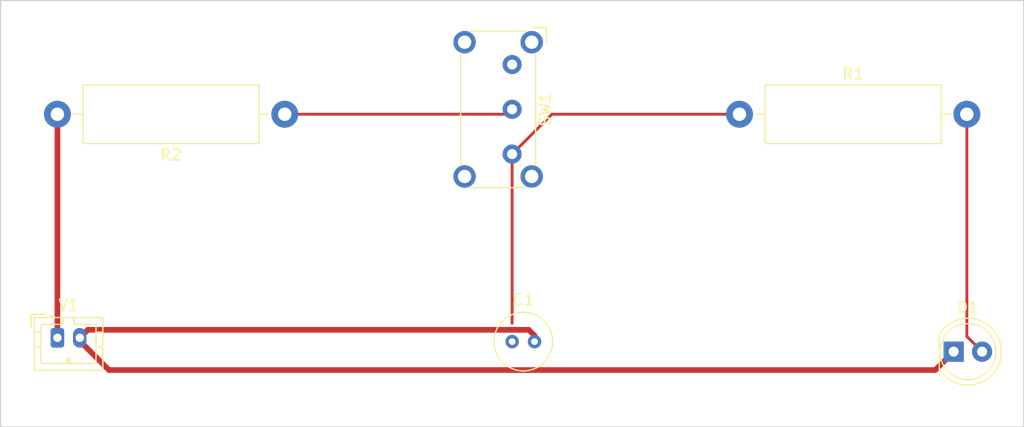
<source format=kicad_pcb>
(kicad_pcb (version 20211014) (generator pcbnew)
  (layers (0 "F.Cu" signal) (31 "B.Cu" signal) (34 "B.Paste" user) (35 "F.Paste" user) (36 "B.SilkS" user "B.Silkscreen") (37 "F.SilkS" user "F.Silkscreen") (38 "B.Mask" user) (39 "F.Mask" user) (44 "Edge.Cuts" user))
  (net 0 "")
  (net 1 "Net-(C1-Pad1)")
  (net 2 "Net-(C1-Pad2)")
  (net 3 "Net-(D1-Pad2)")
  (net 4 "Net-(R2-Pad1)")
  (net 5 "Net-(R2-Pad2)")
  (footprint "Resistor_THT:R_Axial_DIN0516_L15.5mm_D5.0mm_P20.32mm_Horizontal" (layer "F.Cu") (at 152.4 60.96)
    (fp_text reference "R1" (at 10.16 -3.62) (layer "F.SilkS"))
    (fp_text value "20000 Ω")
    (fp_line (start 18.03 2.62) (end 18.03 -2.62) (layer "F.SilkS") (width 0.12))
    (fp_line (start 18.88 0) (end 18.03 0) (layer "F.SilkS") (width 0.12))
    (fp_line (start 18.03 -2.62) (end 2.29 -2.62) (layer "F.SilkS") (width 0.12))
    (fp_line (start 2.29 2.62) (end 18.03 2.62) (layer "F.SilkS") (width 0.12))
    (fp_line (start 1.44 0) (end 2.29 0) (layer "F.SilkS") (width 0.12))
    (fp_line (start 2.29 -2.62) (end 2.29 2.62) (layer "F.SilkS") (width 0.12))
    (pad "1" thru_hole circle (at 0 0) (size 2.4 2.4) (drill 1.2) (layers *.Cu *.Mask) (net 1 "Net-(C1-Pad1)"))
    (pad "2" thru_hole oval (at 20.32 0) (size 2.4 2.4) (drill 1.2) (layers *.Cu *.Mask) (net 3 "Net-(D1-Pad2)"))
  )
  (footprint "Connector_JST:JST_PH_B2B-PH-K_1x02_P2.00mm_Vertical" (layer "F.Cu") (at 91.44 80.94)
    (fp_text reference "V1" (at 1 -2.9) (layer "F.SilkS"))
    (fp_text value "9 V")
    (fp_line (start -1.45 2.3) (end 3.45 2.3) (layer "F.SilkS") (width 0.12))
    (fp_line (start 0.9 1.8) (end 1.1 1.8) (layer "F.SilkS") (width 0.12))
    (fp_line (start 4.06 0.8) (end 3.45 0.8) (layer "F.SilkS") (width 0.12))
    (fp_line (start 4.06 -0.5) (end 3.45 -0.5) (layer "F.SilkS") (width 0.12))
    (fp_line (start 4.06 -1.81) (end -2.06 -1.81) (layer "F.SilkS") (width 0.12))
    (fp_line (start -0.6 -2.01) (end -0.6 -1.81) (layer "F.SilkS") (width 0.12))
    (fp_line (start 3.45 2.3) (end 3.45 -1.2) (layer "F.SilkS") (width 0.12))
    (fp_line (start 0.9 2.3) (end 0.9 1.8) (layer "F.SilkS") (width 0.12))
    (fp_line (start 0.5 -1.2) (end -1.45 -1.2) (layer "F.SilkS") (width 0.12))
    (fp_line (start -2.06 -0.5) (end -1.45 -0.5) (layer "F.SilkS") (width 0.12))
    (fp_line (start 1.1 1.8) (end 1.1 2.3) (layer "F.SilkS") (width 0.12))
    (fp_line (start 4.06 2.91) (end 4.06 -1.81) (layer "F.SilkS") (width 0.12))
    (fp_line (start 1 2.3) (end 1 1.8) (layer "F.SilkS") (width 0.12))
    (fp_line (start -0.3 -1.91) (end -0.6 -1.91) (layer "F.SilkS") (width 0.12))
    (fp_line (start -2.36 -2.11) (end -2.36 -0.86) (layer "F.SilkS") (width 0.12))
    (fp_line (start -2.06 -1.81) (end -2.06 2.91) (layer "F.SilkS") (width 0.12))
    (fp_line (start -0.3 -1.81) (end -0.3 -2.01) (layer "F.SilkS") (width 0.12))
    (fp_line (start -1.11 -2.11) (end -2.36 -2.11) (layer "F.SilkS") (width 0.12))
    (fp_line (start -1.45 -1.2) (end -1.45 2.3) (layer "F.SilkS") (width 0.12))
    (fp_line (start 3.45 -1.2) (end 1.5 -1.2) (layer "F.SilkS") (width 0.12))
    (fp_line (start -2.06 0.8) (end -1.45 0.8) (layer "F.SilkS") (width 0.12))
    (fp_line (start 1.5 -1.2) (end 1.5 -1.81) (layer "F.SilkS") (width 0.12))
    (fp_line (start -0.3 -2.01) (end -0.6 -2.01) (layer "F.SilkS") (width 0.12))
    (fp_line (start -2.06 2.91) (end 4.06 2.91) (layer "F.SilkS") (width 0.12))
    (fp_line (start 0.5 -1.81) (end 0.5 -1.2) (layer "F.SilkS") (width 0.12))
    (pad "1" thru_hole roundrect (at 0 0) (size 1.2 1.75) (drill 0.75) (layers *.Cu *.Mask) (roundrect_rratio 0.208333) (net 5 "Net-(R2-Pad2)"))
    (pad "2" thru_hole oval (at 2 0) (size 1.2 1.75) (drill 0.75) (layers *.Cu *.Mask) (net 2 "Net-(C1-Pad2)"))
  )
  (footprint "Resistor_THT:R_Axial_DIN0516_L15.5mm_D5.0mm_P20.32mm_Horizontal" (layer "F.Cu") (at 111.76 60.96 180)
    (fp_text reference "R2" (at 10.16 -3.62) (layer "F.SilkS"))
    (fp_text value "2200 Ω")
    (fp_line (start 18.03 -2.62) (end 2.29 -2.62) (layer "F.SilkS") (width 0.12))
    (fp_line (start 18.88 0) (end 18.03 0) (layer "F.SilkS") (width 0.12))
    (fp_line (start 18.03 2.62) (end 18.03 -2.62) (layer "F.SilkS") (width 0.12))
    (fp_line (start 1.44 0) (end 2.29 0) (layer "F.SilkS") (width 0.12))
    (fp_line (start 2.29 -2.62) (end 2.29 2.62) (layer "F.SilkS") (width 0.12))
    (fp_line (start 2.29 2.62) (end 18.03 2.62) (layer "F.SilkS") (width 0.12))
    (pad "1" thru_hole circle (at 0 0 180) (size 2.4 2.4) (drill 1.2) (layers *.Cu *.Mask) (net 4 "Net-(R2-Pad1)"))
    (pad "2" thru_hole oval (at 20.32 0 180) (size 2.4 2.4) (drill 1.2) (layers *.Cu *.Mask) (net 5 "Net-(R2-Pad2)"))
  )
  (footprint "Button_Switch_THT:SW_E-Switch_EG1224_SPDT_Angled" (layer "F.Cu") (at 132.08 56.52 -90)
    (fp_text reference "SW1" (at 4 -2.95 90) (layer "F.SilkS"))
    (fp_text value "SW_SPDT")
    (fp_line (start -3 3.85) (end -3 -1.35) (layer "F.SilkS") (width 0.12))
    (fp_line (start -3.3 -3.05) (end -2 -3.05) (layer "F.SilkS") (width 0.12))
    (fp_line (start -3.3 -1.75) (end -3.3 -3.05) (layer "F.SilkS") (width 0.12))
    (fp_line (start 11 -1.35) (end 11 3.85) (layer "F.SilkS") (width 0.12))
    (fp_line (start -0.95 -2.1) (end 8.95 -2.1) (layer "F.SilkS") (width 0.12))
    (fp_line (start 8.95 4.6) (end -0.95 4.6) (layer "F.SilkS") (width 0.12))
    (pad "" thru_hole circle (at 10 4.25 270) (size 2 2) (drill 1.2) (layers *.Cu *.Mask))
    (pad "" thru_hole circle (at 10 -1.75 270) (size 2 2) (drill 1.2) (layers *.Cu *.Mask))
    (pad "" thru_hole circle (at -2 -1.75 270) (size 2 2) (drill 1.2) (layers *.Cu *.Mask))
    (pad "" thru_hole circle (at -2 4.25 270) (size 2 2) (drill 1.2) (layers *.Cu *.Mask))
    (pad "1" thru_hole circle (at 0 0 270) (size 1.7 1.7) (drill 0.9) (layers *.Cu *.Mask))
    (pad "2" thru_hole circle (at 4 0 270) (size 1.7 1.7) (drill 0.9) (layers *.Cu *.Mask) (net 4 "Net-(R2-Pad1)"))
    (pad "3" thru_hole circle (at 8 0 270) (size 1.7 1.7) (drill 0.9) (layers *.Cu *.Mask) (net 1 "Net-(C1-Pad1)"))
  )
  (footprint "LED_THT:LED_D5.0mm" (layer "F.Cu") (at 171.539904 82.17922)
    (fp_text reference "D1" (at 1.27 -3.96) (layer "F.SilkS"))
    (fp_text value "LED")
    (fp_line (start -1.29 -1.545) (end -1.29 1.545) (layer "F.SilkS") (width 0.12))
    (fp_arc (start -1.29 -1.54483) (mid 2.072002 -2.880433) (end 4.26 0.000462) (layer "F.SilkS") (width 0.12))
    (fp_arc (start 4.26 -0.000462) (mid 2.072002 2.880433) (end -1.29 1.54483) (layer "F.SilkS") (width 0.12))
    (fp_circle (center 1.27 0) (end 3.77 0) (layer "F.SilkS") (width 0.12) (fill none))
    (pad "1" thru_hole rect (at 0 0) (size 1.8 1.8) (drill 0.9) (layers *.Cu *.Mask) (net 2 "Net-(C1-Pad2)"))
    (pad "2" thru_hole circle (at 2.54 0) (size 1.8 1.8) (drill 0.9) (layers *.Cu *.Mask) (net 3 "Net-(D1-Pad2)"))
  )
  (footprint "Capacitor_THT:C_Radial_D5.0mm_H5.0mm_P2.00mm" (layer "F.Cu") (at 132.08 81.28)
    (fp_text reference "C1" (at 1 -3.75) (layer "F.SilkS"))
    (fp_text value "4.7 µF")
    (fp_circle (center 1 0) (end 3.62 0) (layer "F.SilkS") (width 0.12) (fill none))
    (pad "1" thru_hole circle (at 0 0) (size 1.2 1.2) (drill 0.6) (layers *.Cu *.Mask) (net 1 "Net-(C1-Pad1)"))
    (pad "2" thru_hole circle (at 2 0) (size 1.2 1.2) (drill 0.6) (layers *.Cu *.Mask) (net 2 "Net-(C1-Pad2)"))
  )
  (gr_rect (start 86.36 50.8) (end 177.8 88.9) (layer "Edge.Cuts") (width 0.1) (fill none))
  (segment (start 152.4 60.96) (end 135.64 60.96) (width 0.254) (layer "F.Cu") (net 1))
  (segment (start 135.64 60.96) (end 132.08 64.52) (width 0.254) (layer "F.Cu") (net 1))
  (segment (start 132.08 64.52) (end 132.08 79.645) (width 0.254) (layer "F.Cu") (net 1))
  (segment (start 94.154 80.226) (end 133.566 80.226) (width 0.508) (layer "F.Cu") (net 2))
  (segment (start 134.08 80.74) (end 134.08 81.28) (width 0.508) (layer "F.Cu") (net 2))
  (segment (start 93.44 80.94) (end 94.154 80.226) (width 0.508) (layer "F.Cu") (net 2))
  (segment (start 169.899124 83.82) (end 171.539904 82.17922) (width 0.508) (layer "F.Cu") (net 2))
  (segment (start 96.045 83.82) (end 169.899124 83.82) (width 0.508) (layer "F.Cu") (net 2))
  (segment (start 93.44 80.94) (end 93.44 81.215) (width 0.508) (layer "F.Cu") (net 2))
  (segment (start 133.566 80.226) (end 134.08 80.74) (width 0.508) (layer "F.Cu") (net 2))
  (segment (start 93.44 81.215) (end 96.045 83.82) (width 0.508) (layer "F.Cu") (net 2))
  (segment (start 172.72 80.819316) (end 174.079904 82.17922) (width 0.254) (layer "F.Cu") (net 3))
  (segment (start 172.72 60.96) (end 172.72 80.819316) (width 0.254) (layer "F.Cu") (net 3))
  (segment (start 111.76 60.96) (end 132.08 60.96) (width 0.254) (layer "F.Cu") (net 4))
  (segment (start 91.44 80.94) (end 91.44 60.96) (width 0.508) (layer "F.Cu") (net 5))
)
</source>
